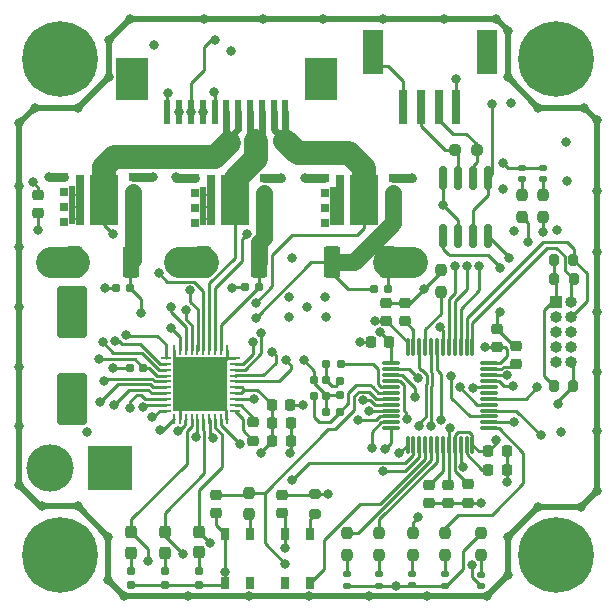
<source format=gtl>
G04 #@! TF.GenerationSoftware,KiCad,Pcbnew,6.0.11-2627ca5db0~126~ubuntu20.04.1*
G04 #@! TF.CreationDate,2024-01-15T23:09:37+09:00*
G04 #@! TF.ProjectId,motor_driver,6d6f746f-725f-4647-9269-7665722e6b69,rev?*
G04 #@! TF.SameCoordinates,Original*
G04 #@! TF.FileFunction,Copper,L1,Top*
G04 #@! TF.FilePolarity,Positive*
%FSLAX46Y46*%
G04 Gerber Fmt 4.6, Leading zero omitted, Abs format (unit mm)*
G04 Created by KiCad (PCBNEW 6.0.11-2627ca5db0~126~ubuntu20.04.1) date 2024-01-15 23:09:37*
%MOMM*%
%LPD*%
G01*
G04 APERTURE LIST*
G04 Aperture macros list*
%AMRoundRect*
0 Rectangle with rounded corners*
0 $1 Rounding radius*
0 $2 $3 $4 $5 $6 $7 $8 $9 X,Y pos of 4 corners*
0 Add a 4 corners polygon primitive as box body*
4,1,4,$2,$3,$4,$5,$6,$7,$8,$9,$2,$3,0*
0 Add four circle primitives for the rounded corners*
1,1,$1+$1,$2,$3*
1,1,$1+$1,$4,$5*
1,1,$1+$1,$6,$7*
1,1,$1+$1,$8,$9*
0 Add four rect primitives between the rounded corners*
20,1,$1+$1,$2,$3,$4,$5,0*
20,1,$1+$1,$4,$5,$6,$7,0*
20,1,$1+$1,$6,$7,$8,$9,0*
20,1,$1+$1,$8,$9,$2,$3,0*%
G04 Aperture macros list end*
G04 #@! TA.AperFunction,SMDPad,CuDef*
%ADD10RoundRect,0.225000X-0.225000X-0.250000X0.225000X-0.250000X0.225000X0.250000X-0.225000X0.250000X0*%
G04 #@! TD*
G04 #@! TA.AperFunction,SMDPad,CuDef*
%ADD11RoundRect,0.147500X0.172500X-0.147500X0.172500X0.147500X-0.172500X0.147500X-0.172500X-0.147500X0*%
G04 #@! TD*
G04 #@! TA.AperFunction,SMDPad,CuDef*
%ADD12RoundRect,0.250000X-1.000000X1.950000X-1.000000X-1.950000X1.000000X-1.950000X1.000000X1.950000X0*%
G04 #@! TD*
G04 #@! TA.AperFunction,SMDPad,CuDef*
%ADD13RoundRect,0.249999X0.450001X1.075001X-0.450001X1.075001X-0.450001X-1.075001X0.450001X-1.075001X0*%
G04 #@! TD*
G04 #@! TA.AperFunction,SMDPad,CuDef*
%ADD14RoundRect,0.075000X-0.662500X-0.075000X0.662500X-0.075000X0.662500X0.075000X-0.662500X0.075000X0*%
G04 #@! TD*
G04 #@! TA.AperFunction,SMDPad,CuDef*
%ADD15RoundRect,0.075000X-0.075000X-0.662500X0.075000X-0.662500X0.075000X0.662500X-0.075000X0.662500X0*%
G04 #@! TD*
G04 #@! TA.AperFunction,ComponentPad*
%ADD16C,3.600000*%
G04 #@! TD*
G04 #@! TA.AperFunction,ConnectorPad*
%ADD17C,6.400000*%
G04 #@! TD*
G04 #@! TA.AperFunction,SMDPad,CuDef*
%ADD18RoundRect,0.155000X-0.212500X-0.155000X0.212500X-0.155000X0.212500X0.155000X-0.212500X0.155000X0*%
G04 #@! TD*
G04 #@! TA.AperFunction,SMDPad,CuDef*
%ADD19RoundRect,0.155000X0.212500X0.155000X-0.212500X0.155000X-0.212500X-0.155000X0.212500X-0.155000X0*%
G04 #@! TD*
G04 #@! TA.AperFunction,SMDPad,CuDef*
%ADD20R,0.800000X2.900000*%
G04 #@! TD*
G04 #@! TA.AperFunction,SMDPad,CuDef*
%ADD21R,1.800000X3.800000*%
G04 #@! TD*
G04 #@! TA.AperFunction,SMDPad,CuDef*
%ADD22RoundRect,0.225000X-0.250000X0.225000X-0.250000X-0.225000X0.250000X-0.225000X0.250000X0.225000X0*%
G04 #@! TD*
G04 #@! TA.AperFunction,SMDPad,CuDef*
%ADD23RoundRect,0.160000X0.197500X0.160000X-0.197500X0.160000X-0.197500X-0.160000X0.197500X-0.160000X0*%
G04 #@! TD*
G04 #@! TA.AperFunction,SMDPad,CuDef*
%ADD24RoundRect,0.200000X-0.200000X-0.275000X0.200000X-0.275000X0.200000X0.275000X-0.200000X0.275000X0*%
G04 #@! TD*
G04 #@! TA.AperFunction,SMDPad,CuDef*
%ADD25RoundRect,0.237500X0.237500X-0.250000X0.237500X0.250000X-0.237500X0.250000X-0.237500X-0.250000X0*%
G04 #@! TD*
G04 #@! TA.AperFunction,SMDPad,CuDef*
%ADD26R,0.650000X1.050000*%
G04 #@! TD*
G04 #@! TA.AperFunction,SMDPad,CuDef*
%ADD27RoundRect,0.175000X-0.175000X0.200000X-0.175000X-0.200000X0.175000X-0.200000X0.175000X0.200000X0*%
G04 #@! TD*
G04 #@! TA.AperFunction,SMDPad,CuDef*
%ADD28R,0.610000X2.000000*%
G04 #@! TD*
G04 #@! TA.AperFunction,SMDPad,CuDef*
%ADD29R,2.680000X3.600000*%
G04 #@! TD*
G04 #@! TA.AperFunction,SMDPad,CuDef*
%ADD30RoundRect,0.160000X-0.160000X0.197500X-0.160000X-0.197500X0.160000X-0.197500X0.160000X0.197500X0*%
G04 #@! TD*
G04 #@! TA.AperFunction,SMDPad,CuDef*
%ADD31RoundRect,0.200000X-0.275000X0.200000X-0.275000X-0.200000X0.275000X-0.200000X0.275000X0.200000X0*%
G04 #@! TD*
G04 #@! TA.AperFunction,ComponentPad*
%ADD32R,3.800000X3.800000*%
G04 #@! TD*
G04 #@! TA.AperFunction,ComponentPad*
%ADD33C,4.000000*%
G04 #@! TD*
G04 #@! TA.AperFunction,SMDPad,CuDef*
%ADD34R,0.800000X0.750000*%
G04 #@! TD*
G04 #@! TA.AperFunction,SMDPad,CuDef*
%ADD35R,2.400000X4.200000*%
G04 #@! TD*
G04 #@! TA.AperFunction,SMDPad,CuDef*
%ADD36R,0.750000X4.200000*%
G04 #@! TD*
G04 #@! TA.AperFunction,SMDPad,CuDef*
%ADD37R,0.550000X3.280000*%
G04 #@! TD*
G04 #@! TA.AperFunction,SMDPad,CuDef*
%ADD38RoundRect,0.150000X0.150000X-0.825000X0.150000X0.825000X-0.150000X0.825000X-0.150000X-0.825000X0*%
G04 #@! TD*
G04 #@! TA.AperFunction,SMDPad,CuDef*
%ADD39RoundRect,0.237500X0.237500X-0.287500X0.237500X0.287500X-0.237500X0.287500X-0.237500X-0.287500X0*%
G04 #@! TD*
G04 #@! TA.AperFunction,SMDPad,CuDef*
%ADD40RoundRect,0.237500X-0.250000X-0.237500X0.250000X-0.237500X0.250000X0.237500X-0.250000X0.237500X0*%
G04 #@! TD*
G04 #@! TA.AperFunction,ComponentPad*
%ADD41R,1.000000X1.000000*%
G04 #@! TD*
G04 #@! TA.AperFunction,ComponentPad*
%ADD42O,1.000000X1.000000*%
G04 #@! TD*
G04 #@! TA.AperFunction,SMDPad,CuDef*
%ADD43RoundRect,0.225000X0.250000X-0.225000X0.250000X0.225000X-0.250000X0.225000X-0.250000X-0.225000X0*%
G04 #@! TD*
G04 #@! TA.AperFunction,SMDPad,CuDef*
%ADD44RoundRect,0.237500X-0.237500X0.250000X-0.237500X-0.250000X0.237500X-0.250000X0.237500X0.250000X0*%
G04 #@! TD*
G04 #@! TA.AperFunction,SMDPad,CuDef*
%ADD45RoundRect,0.147500X-0.172500X0.147500X-0.172500X-0.147500X0.172500X-0.147500X0.172500X0.147500X0*%
G04 #@! TD*
G04 #@! TA.AperFunction,SMDPad,CuDef*
%ADD46RoundRect,0.155000X-0.155000X0.212500X-0.155000X-0.212500X0.155000X-0.212500X0.155000X0.212500X0*%
G04 #@! TD*
G04 #@! TA.AperFunction,SMDPad,CuDef*
%ADD47RoundRect,0.249999X-0.450001X-1.075001X0.450001X-1.075001X0.450001X1.075001X-0.450001X1.075001X0*%
G04 #@! TD*
G04 #@! TA.AperFunction,SMDPad,CuDef*
%ADD48RoundRect,0.225000X0.225000X0.250000X-0.225000X0.250000X-0.225000X-0.250000X0.225000X-0.250000X0*%
G04 #@! TD*
G04 #@! TA.AperFunction,SMDPad,CuDef*
%ADD49RoundRect,0.062500X0.350000X0.062500X-0.350000X0.062500X-0.350000X-0.062500X0.350000X-0.062500X0*%
G04 #@! TD*
G04 #@! TA.AperFunction,SMDPad,CuDef*
%ADD50RoundRect,0.062500X0.062500X0.350000X-0.062500X0.350000X-0.062500X-0.350000X0.062500X-0.350000X0*%
G04 #@! TD*
G04 #@! TA.AperFunction,ComponentPad*
%ADD51C,0.508000*%
G04 #@! TD*
G04 #@! TA.AperFunction,SMDPad,CuDef*
%ADD52R,4.600000X4.600000*%
G04 #@! TD*
G04 #@! TA.AperFunction,ViaPad*
%ADD53C,0.800000*%
G04 #@! TD*
G04 #@! TA.AperFunction,ViaPad*
%ADD54C,0.508000*%
G04 #@! TD*
G04 #@! TA.AperFunction,Conductor*
%ADD55C,0.250000*%
G04 #@! TD*
G04 #@! TA.AperFunction,Conductor*
%ADD56C,0.500000*%
G04 #@! TD*
G04 #@! TA.AperFunction,Conductor*
%ADD57C,2.650000*%
G04 #@! TD*
G04 #@! TA.AperFunction,Conductor*
%ADD58C,0.750000*%
G04 #@! TD*
G04 #@! TA.AperFunction,Conductor*
%ADD59C,1.400000*%
G04 #@! TD*
G04 #@! TA.AperFunction,Conductor*
%ADD60C,2.000000*%
G04 #@! TD*
G04 #@! TA.AperFunction,Conductor*
%ADD61C,0.610000*%
G04 #@! TD*
G04 APERTURE END LIST*
D10*
X112478000Y-108559600D03*
X114028000Y-108559600D03*
D11*
X124358400Y-123857100D03*
X124358400Y-122887100D03*
D12*
X95504000Y-100694000D03*
X95504000Y-108094000D03*
D13*
X122332000Y-96470380D03*
X117532000Y-96470380D03*
D14*
X122532700Y-105047600D03*
X122532700Y-105547600D03*
X122532700Y-106047600D03*
X122532700Y-106547600D03*
X122532700Y-107047600D03*
X122532700Y-107547600D03*
X122532700Y-108047600D03*
X122532700Y-108547600D03*
X122532700Y-109047600D03*
X122532700Y-109547600D03*
X122532700Y-110047600D03*
X122532700Y-110547600D03*
D15*
X123945200Y-111960100D03*
X124445200Y-111960100D03*
X124945200Y-111960100D03*
X125445200Y-111960100D03*
X125945200Y-111960100D03*
X126445200Y-111960100D03*
X126945200Y-111960100D03*
X127445200Y-111960100D03*
X127945200Y-111960100D03*
X128445200Y-111960100D03*
X128945200Y-111960100D03*
X129445200Y-111960100D03*
D14*
X130857700Y-110547600D03*
X130857700Y-110047600D03*
X130857700Y-109547600D03*
X130857700Y-109047600D03*
X130857700Y-108547600D03*
X130857700Y-108047600D03*
X130857700Y-107547600D03*
X130857700Y-107047600D03*
X130857700Y-106547600D03*
X130857700Y-106047600D03*
X130857700Y-105547600D03*
X130857700Y-105047600D03*
D15*
X129445200Y-103635100D03*
X128945200Y-103635100D03*
X128445200Y-103635100D03*
X127945200Y-103635100D03*
X127445200Y-103635100D03*
X126945200Y-103635100D03*
X126445200Y-103635100D03*
X125945200Y-103635100D03*
X125445200Y-103635100D03*
X124945200Y-103635100D03*
X124445200Y-103635100D03*
X123945200Y-103635100D03*
D16*
X94524000Y-79310400D03*
D17*
X94524000Y-79310400D03*
D10*
X112491000Y-111658400D03*
X114041000Y-111658400D03*
D18*
X121142500Y-98756380D03*
X122277500Y-98756380D03*
D19*
X100427200Y-98653600D03*
X99292200Y-98653600D03*
D20*
X128081600Y-83362800D03*
X126581600Y-83362800D03*
X125081600Y-83362800D03*
X123581600Y-83362800D03*
D21*
X130681600Y-78662800D03*
X120981600Y-78662800D03*
D22*
X129082800Y-115303000D03*
X129082800Y-116853000D03*
D23*
X118276750Y-105105200D03*
X117081750Y-105105200D03*
D24*
X136350400Y-97901600D03*
X138000400Y-97901600D03*
D25*
X135382000Y-92622400D03*
X135382000Y-90797400D03*
D19*
X118195950Y-109169200D03*
X117060950Y-109169200D03*
D26*
X110599800Y-119515885D03*
X110599800Y-123665885D03*
X108449800Y-119515885D03*
X108449800Y-123665885D03*
D27*
X117061650Y-106462200D03*
X116061650Y-106462200D03*
X117061650Y-107812200D03*
X116061650Y-107812200D03*
D25*
X133604000Y-92622400D03*
X133604000Y-90797400D03*
D28*
X113610400Y-83753600D03*
X112610400Y-83753600D03*
X111610400Y-83753600D03*
X110610400Y-83753600D03*
X109610400Y-83753600D03*
X108610400Y-83753600D03*
X107610400Y-83753600D03*
X106610400Y-83753600D03*
X105610400Y-83753600D03*
X104610400Y-83753600D03*
X103610400Y-83753600D03*
D29*
X116600400Y-80953600D03*
X100620400Y-80953600D03*
D30*
X106273600Y-122608400D03*
X106273600Y-123803400D03*
D10*
X130797000Y-112471200D03*
X132347000Y-112471200D03*
D31*
X116128800Y-116116600D03*
X116128800Y-117766600D03*
D32*
X98715200Y-113893600D03*
D33*
X93715200Y-113893600D03*
D16*
X136524000Y-79310400D03*
D17*
X136524000Y-79310400D03*
D34*
X105969400Y-89331800D03*
X105969400Y-90601800D03*
X105969400Y-91871800D03*
X105969400Y-93141800D03*
X111759400Y-93141800D03*
X111759400Y-91871800D03*
X111759400Y-90601800D03*
X111759400Y-89331800D03*
D35*
X109319400Y-91236800D03*
D36*
X107294400Y-91236800D03*
D37*
X106644400Y-91696800D03*
D38*
X126974600Y-94270600D03*
X128244600Y-94270600D03*
X129514600Y-94270600D03*
X130784600Y-94270600D03*
X130784600Y-89320600D03*
X129514600Y-89320600D03*
X128244600Y-89320600D03*
X126974600Y-89320600D03*
D39*
X106273600Y-121056400D03*
X106273600Y-119306400D03*
D25*
X126746000Y-99007300D03*
X126746000Y-97182300D03*
D40*
X127967100Y-87020400D03*
X129792100Y-87020400D03*
D25*
X130200400Y-121261500D03*
X130200400Y-119436500D03*
D22*
X127355600Y-115353800D03*
X127355600Y-116903800D03*
D41*
X136550400Y-99822000D03*
D42*
X137820400Y-99822000D03*
X136550400Y-101092000D03*
X137820400Y-101092000D03*
X136550400Y-102362000D03*
X137820400Y-102362000D03*
X136550400Y-103632000D03*
X137820400Y-103632000D03*
X136550400Y-104902000D03*
X137820400Y-104902000D03*
D24*
X136335000Y-96266000D03*
X137985000Y-96266000D03*
D43*
X92654800Y-92316600D03*
X92654800Y-90766600D03*
D44*
X110540800Y-115986985D03*
X110540800Y-117811985D03*
D43*
X131521200Y-103658000D03*
X131521200Y-102108000D03*
D44*
X124374300Y-119434600D03*
X124374300Y-121259600D03*
X127152400Y-119434600D03*
X127152400Y-121259600D03*
D11*
X121564400Y-123882000D03*
X121564400Y-122912000D03*
D45*
X130200400Y-122927900D03*
X130200400Y-123897900D03*
D24*
X136335000Y-106994800D03*
X137985000Y-106994800D03*
D11*
X127152400Y-123880100D03*
X127152400Y-122910100D03*
D34*
X116939800Y-89332980D03*
X116939800Y-90602980D03*
X116939800Y-91872980D03*
X116939800Y-93142980D03*
X122729800Y-93142980D03*
X122729800Y-91872980D03*
X122729800Y-90602980D03*
X122729800Y-89332980D03*
D35*
X120289800Y-91237980D03*
D36*
X118264800Y-91237980D03*
D37*
X117614800Y-91697980D03*
D46*
X118238050Y-106569700D03*
X118238050Y-107704700D03*
D43*
X133146800Y-105118200D03*
X133146800Y-103568200D03*
D39*
X103378000Y-121095800D03*
X103378000Y-119345800D03*
D47*
X106612400Y-96469200D03*
X111412400Y-96469200D03*
D11*
X118821200Y-123882000D03*
X118821200Y-122912000D03*
D10*
X112491000Y-110083600D03*
X114041000Y-110083600D03*
D17*
X136524000Y-121310400D03*
D16*
X136524000Y-121310400D03*
D22*
X107696000Y-116175285D03*
X107696000Y-117725285D03*
D39*
X100533200Y-121107200D03*
X100533200Y-119357200D03*
D48*
X122390200Y-103225600D03*
X120840200Y-103225600D03*
D30*
X103378000Y-122608400D03*
X103378000Y-123803400D03*
D43*
X123698000Y-101447600D03*
X123698000Y-99897600D03*
D22*
X125730000Y-115353800D03*
X125730000Y-116903800D03*
D43*
X110878400Y-111582800D03*
X110878400Y-110032800D03*
D26*
X115679800Y-119515885D03*
X115679800Y-123665885D03*
X113529800Y-119515885D03*
X113529800Y-123665885D03*
D43*
X122123200Y-101447600D03*
X122123200Y-99897600D03*
D47*
X95741200Y-96469200D03*
X100541200Y-96469200D03*
D19*
X111357900Y-98602800D03*
X110222900Y-98602800D03*
D16*
X94524000Y-121310400D03*
D17*
X94524000Y-121310400D03*
D44*
X121564400Y-119436500D03*
X121564400Y-121261500D03*
D49*
X109347300Y-109084600D03*
X109347300Y-108584600D03*
X109347300Y-108084600D03*
X109347300Y-107584600D03*
X109347300Y-107084600D03*
X109347300Y-106584600D03*
X109347300Y-106084600D03*
X109347300Y-105584600D03*
X109347300Y-105084600D03*
X109347300Y-104584600D03*
D50*
X108659800Y-103897100D03*
X108159800Y-103897100D03*
X107659800Y-103897100D03*
X107159800Y-103897100D03*
X106659800Y-103897100D03*
X106159800Y-103897100D03*
X105659800Y-103897100D03*
X105159800Y-103897100D03*
X104659800Y-103897100D03*
X104159800Y-103897100D03*
D49*
X103472300Y-104584600D03*
X103472300Y-105084600D03*
X103472300Y-105584600D03*
X103472300Y-106084600D03*
X103472300Y-106584600D03*
X103472300Y-107084600D03*
X103472300Y-107584600D03*
X103472300Y-108084600D03*
X103472300Y-108584600D03*
X103472300Y-109084600D03*
D50*
X104159800Y-109772100D03*
X104659800Y-109772100D03*
X105159800Y-109772100D03*
X105659800Y-109772100D03*
X106159800Y-109772100D03*
X106659800Y-109772100D03*
X107159800Y-109772100D03*
X107659800Y-109772100D03*
X108159800Y-109772100D03*
X108659800Y-109772100D03*
D51*
X106409800Y-106834600D03*
D52*
X106409800Y-106834600D03*
D51*
X107679800Y-106834600D03*
X105139800Y-106834600D03*
D34*
X94892800Y-89281000D03*
X94892800Y-90551000D03*
X94892800Y-91821000D03*
X94892800Y-93091000D03*
X100682800Y-93091000D03*
X100682800Y-91821000D03*
X100682800Y-90551000D03*
X100682800Y-89281000D03*
D35*
X98242800Y-91186000D03*
D36*
X96217800Y-91186000D03*
D37*
X95567800Y-91646000D03*
D45*
X135382000Y-88481700D03*
X135382000Y-89451700D03*
X133604000Y-88497600D03*
X133604000Y-89467600D03*
D44*
X118837100Y-119436500D03*
X118837100Y-121261500D03*
D10*
X130797000Y-114046000D03*
X132347000Y-114046000D03*
D22*
X113334800Y-116175285D03*
X113334800Y-117725285D03*
D30*
X100533200Y-122619800D03*
X100533200Y-123814800D03*
D19*
X101557900Y-105410000D03*
X100422900Y-105410000D03*
D53*
X131775200Y-100736400D03*
D54*
X107285200Y-89509600D03*
X107285200Y-90424000D03*
X105964400Y-91846400D03*
X116934800Y-91898380D03*
X118255600Y-91339580D03*
X106726400Y-90830400D03*
X117696800Y-91847580D03*
X105964400Y-93116400D03*
D53*
X111556800Y-112623600D03*
D54*
X96210800Y-89509600D03*
X118255600Y-93015980D03*
X116934800Y-93168380D03*
D53*
X94792800Y-99314000D03*
D54*
X118255600Y-89561580D03*
X96210800Y-90424000D03*
X106726400Y-91795600D03*
X95652000Y-90830400D03*
X94890000Y-90576400D03*
D53*
X94792800Y-101955600D03*
D54*
X96210800Y-92100400D03*
X107285200Y-92100400D03*
D53*
X96774000Y-110896400D03*
D54*
X107285200Y-91287600D03*
X106726400Y-92811600D03*
X94890000Y-91846400D03*
X118255600Y-90475980D03*
X96210800Y-92964000D03*
X118255600Y-92152380D03*
X96210800Y-91287600D03*
X94890000Y-93116400D03*
X95652000Y-92811600D03*
X105964400Y-90576400D03*
X116934800Y-90628380D03*
X95652000Y-91795600D03*
X107285200Y-92964000D03*
X117696800Y-92863580D03*
D53*
X96266000Y-101955600D03*
D54*
X117696800Y-90882380D03*
D53*
X92659200Y-93726000D03*
X96215200Y-99314000D03*
X95504000Y-100685600D03*
X115163600Y-104787100D03*
X91084400Y-84734400D03*
X139954000Y-90474800D03*
X125628400Y-124714000D03*
X130708400Y-78689200D03*
X98348800Y-98653600D03*
X92964000Y-117144800D03*
X138887200Y-83413600D03*
D54*
X104999200Y-95605600D03*
D53*
X130200400Y-116890800D03*
X91084400Y-110337600D03*
X92964000Y-117144800D03*
X110490000Y-124714000D03*
X111709200Y-75895200D03*
X100584000Y-80975200D03*
D54*
X104542000Y-96469200D03*
D53*
X117348000Y-81991200D03*
X101346000Y-81991200D03*
X98628199Y-123418601D03*
X96062800Y-83413600D03*
X91084400Y-95199200D03*
D54*
X104999200Y-97282000D03*
D53*
X100431598Y-75895200D03*
D54*
X93264400Y-95656400D03*
X104135600Y-97282000D03*
D53*
X91084400Y-115316000D03*
X137464800Y-89611200D03*
X132435600Y-122986800D03*
X138633200Y-117195600D03*
X121869200Y-75895200D03*
X107594400Y-82092800D03*
X105359200Y-124714000D03*
X98653600Y-80822802D03*
X120954800Y-78689200D03*
X132334000Y-115112800D03*
D54*
X125069600Y-96926400D03*
D53*
X106730800Y-75895200D03*
X91084400Y-100279200D03*
X127000000Y-75895200D03*
X99872800Y-81991200D03*
X114015000Y-112661100D03*
X139954000Y-105765600D03*
X117348000Y-80010000D03*
X115874800Y-81991200D03*
X91084400Y-105359200D03*
X99872800Y-80010000D03*
X130708400Y-79908400D03*
X132435600Y-80822800D03*
X130708400Y-77419200D03*
X101346000Y-80010000D03*
X113893600Y-101092000D03*
X120650000Y-124714000D03*
X116586000Y-80975200D03*
X126974600Y-91617800D03*
X113898075Y-99470523D03*
D54*
X94128000Y-95656400D03*
X123393200Y-96926400D03*
D53*
X98602800Y-119735600D03*
X121005600Y-77470000D03*
X115417600Y-100253800D03*
X122957100Y-123880100D03*
D54*
X124206000Y-96469200D03*
D53*
X139954000Y-115874802D03*
X116992400Y-99415600D03*
X98653600Y-77673200D03*
X108449800Y-122741000D03*
X91084400Y-90068400D03*
X131470400Y-75895200D03*
X120954800Y-79908400D03*
D54*
X93264400Y-97332800D03*
D53*
X132044400Y-88087200D03*
X99923600Y-124714000D03*
X92405198Y-83413600D03*
X119888000Y-103225600D03*
X117043200Y-101092000D03*
X92202000Y-89712800D03*
X139954000Y-84480400D03*
X115874800Y-80010000D03*
X130708402Y-124714000D03*
X96012000Y-117144800D03*
D54*
X94128000Y-97332800D03*
D53*
X108966000Y-78638400D03*
D54*
X123393200Y-96062800D03*
D53*
X132435600Y-119735600D03*
D54*
X125069600Y-96062800D03*
D53*
X125323600Y-98755200D03*
X96266000Y-109372400D03*
X116789200Y-75895200D03*
X115570000Y-124714000D03*
X136906000Y-110845600D03*
X139954000Y-100685600D03*
X135001000Y-83388200D03*
X132943600Y-93827600D03*
X132689600Y-83007200D03*
X139954000Y-110744000D03*
D54*
X104135600Y-95605600D03*
D53*
X109118400Y-98653600D03*
X132435600Y-76911200D03*
X134975600Y-117195600D03*
X113538000Y-120700800D03*
X99009200Y-105423300D03*
X139954000Y-95605600D03*
D54*
X93721600Y-96469200D03*
D53*
X96215200Y-106730800D03*
X110916965Y-108084601D03*
X115112800Y-108559600D03*
X131114800Y-83058000D03*
X128081601Y-80939201D03*
X102514400Y-78079600D03*
X114168400Y-96134400D03*
X103632000Y-82143600D03*
X137397600Y-86300600D03*
X136601200Y-93776800D03*
X97790000Y-104698800D03*
X127521300Y-110483919D03*
X101414144Y-100820656D03*
X110849899Y-103221301D03*
X111081277Y-101192813D03*
X103929434Y-102064566D03*
X121641466Y-102385923D03*
X131419600Y-111556800D03*
X117246400Y-116128800D03*
X121158000Y-101447600D03*
X104519800Y-110787025D03*
X130505200Y-103682800D03*
X132029200Y-90322400D03*
X129387600Y-122123200D03*
X113588800Y-122021600D03*
X136702800Y-108508800D03*
X126785672Y-109804444D03*
X101955600Y-121818400D03*
X104902000Y-121158000D03*
X125932001Y-110324300D03*
X124932498Y-110324300D03*
X107238800Y-120294400D03*
X127965200Y-96824800D03*
X104610401Y-83753599D03*
X105613200Y-83769200D03*
X107614300Y-77688400D03*
X128981200Y-96824800D03*
X106629200Y-83769200D03*
X129997200Y-96824800D03*
X99009200Y-94132400D03*
X112473133Y-104075900D03*
X105206800Y-100533200D03*
X111099600Y-99923600D03*
X123230902Y-112674400D03*
X100482400Y-108813600D03*
X121869200Y-114198400D03*
X99060000Y-108610400D03*
X114142833Y-114922900D03*
X97942400Y-108305600D03*
X126695200Y-101955600D03*
X135229600Y-111150400D03*
X113639600Y-104787100D03*
X102362000Y-89306400D03*
X102870000Y-97383600D03*
X93573600Y-89306400D03*
X105562400Y-98856800D03*
X113233200Y-89357200D03*
X104343200Y-89306400D03*
X111556800Y-102514400D03*
X124307600Y-89357200D03*
X110337600Y-94119100D03*
X115265200Y-89357200D03*
X103886000Y-100279200D03*
X128676400Y-113842800D03*
X124866400Y-118059200D03*
X134924800Y-107086400D03*
X135432800Y-93929200D03*
X134162800Y-94792800D03*
X132994400Y-110032800D03*
X119719481Y-109854772D03*
X98145600Y-103276400D03*
X99194086Y-103137154D03*
X120650000Y-109067600D03*
X100101400Y-102641400D03*
X120176661Y-108187285D03*
X124866400Y-106324400D03*
X98247200Y-106527600D03*
X124538357Y-107880241D03*
X101525627Y-108772629D03*
X123861139Y-109729728D03*
X102326575Y-109614300D03*
X120943469Y-112215102D03*
X102971600Y-110693200D03*
X109728000Y-111874900D03*
X122072400Y-112268000D03*
X107486330Y-111332586D03*
X106019600Y-111302800D03*
X131775200Y-96977200D03*
X132384800Y-106070400D03*
X132537200Y-96113600D03*
X132852455Y-106953748D03*
X127658890Y-106111091D03*
X128383390Y-107082101D03*
X129450744Y-107124856D03*
D55*
X135483600Y-100533200D02*
X135483600Y-106143400D01*
X135483600Y-106143400D02*
X136335000Y-106994800D01*
X130857700Y-108047600D02*
X133963600Y-108047600D01*
X133963600Y-108047600D02*
X134924800Y-107086400D01*
X136550400Y-99822000D02*
X136194800Y-99822000D01*
X136194800Y-99822000D02*
X135483600Y-100533200D01*
X133146800Y-103568200D02*
X132981400Y-103568200D01*
X132981400Y-103568200D02*
X131521200Y-102108000D01*
X131521200Y-102108000D02*
X131521200Y-100990400D01*
X131521200Y-100990400D02*
X131775200Y-100736400D01*
X110134400Y-107289600D02*
X109929400Y-107084600D01*
X112491000Y-111658400D02*
X112491000Y-108572600D01*
X92654800Y-93721600D02*
X92659200Y-93726000D01*
X112491000Y-108572600D02*
X112478000Y-108559600D01*
X92654800Y-92316600D02*
X92654800Y-93721600D01*
X110134400Y-107289600D02*
X109829600Y-107594400D01*
X112478000Y-108559600D02*
X112478000Y-108546600D01*
X109357100Y-107594400D02*
X109347300Y-107584600D01*
X111243402Y-107289600D02*
X110134400Y-107289600D01*
X112478000Y-108559600D02*
X112478000Y-108524198D01*
X109829600Y-107594400D02*
X109357100Y-107594400D01*
X111556800Y-112623600D02*
X111556800Y-112592600D01*
X112478000Y-108524198D02*
X111243402Y-107289600D01*
X109929400Y-107084600D02*
X109347300Y-107084600D01*
X111556800Y-112592600D02*
X112491000Y-111658400D01*
X103378000Y-123803400D02*
X100544600Y-123803400D01*
D56*
X132435600Y-76860400D02*
X131470400Y-75895200D01*
D55*
X116061650Y-106462200D02*
X116061650Y-106730093D01*
X117061650Y-107812200D02*
X117061650Y-109168500D01*
D57*
X122332000Y-96470380D02*
X124332000Y-96470380D01*
D55*
X113529800Y-117920285D02*
X113334800Y-117725285D01*
X135382000Y-88481700D02*
X133619900Y-88481700D01*
D56*
X134975600Y-117195600D02*
X138633200Y-117195600D01*
D55*
X108659800Y-109772100D02*
X108609800Y-109722100D01*
D56*
X116789200Y-75895200D02*
X111709200Y-75895200D01*
X121869200Y-75895200D02*
X116789200Y-75895200D01*
X132435600Y-76911200D02*
X132435600Y-80822800D01*
D57*
X95741200Y-96469200D02*
X93741200Y-96469200D01*
D56*
X99923600Y-124714000D02*
X98602800Y-123393202D01*
X98602800Y-119735600D02*
X98602800Y-123393202D01*
D55*
X127152400Y-123880100D02*
X127206298Y-123880100D01*
D56*
X132435600Y-122986800D02*
X130708402Y-124714000D01*
D55*
X104209800Y-104634600D02*
X106409800Y-106834600D01*
X99292200Y-98653600D02*
X98348800Y-98653600D01*
X108312285Y-123803400D02*
X108449800Y-123665885D01*
X118823100Y-123880100D02*
X118821200Y-123882000D01*
D56*
X125628400Y-124714000D02*
X130708402Y-124714000D01*
D55*
X123698000Y-99897600D02*
X122123200Y-99897600D01*
X123698000Y-99897600D02*
X124181200Y-99897600D01*
X129032000Y-116903800D02*
X129082800Y-116853000D01*
D56*
X98653600Y-77673200D02*
X100431598Y-75895200D01*
D55*
X130162600Y-116853000D02*
X130200400Y-116890800D01*
D56*
X132435600Y-80822800D02*
X135001000Y-83388200D01*
D55*
X120840200Y-103225600D02*
X119888000Y-103225600D01*
X132347000Y-114046000D02*
X132347000Y-112471200D01*
D56*
X92862400Y-117144800D02*
X96012000Y-117144800D01*
X139954000Y-105765600D02*
X139954000Y-110744000D01*
D55*
X92654800Y-90165600D02*
X92202000Y-89712800D01*
X132347000Y-114046000D02*
X132347000Y-115099800D01*
X123581600Y-81163600D02*
X122326400Y-79908400D01*
X113529800Y-119515885D02*
X113529800Y-120692600D01*
X107696000Y-117725285D02*
X107696000Y-118762085D01*
X128244600Y-94647351D02*
X128244600Y-94270600D01*
X125730000Y-116903800D02*
X129032000Y-116903800D01*
X108609800Y-109722100D02*
X108609800Y-109034600D01*
D56*
X139954000Y-110744000D02*
X139954000Y-115874800D01*
D55*
X116061650Y-105685150D02*
X115163600Y-104787100D01*
X110222900Y-98602800D02*
X109169200Y-98602800D01*
X109347300Y-104584600D02*
X108659800Y-104584600D01*
X100422900Y-105410000D02*
X99022500Y-105410000D01*
X104159800Y-103897100D02*
X104209800Y-103947100D01*
D56*
X132435600Y-119735600D02*
X134975600Y-117195600D01*
D55*
X106273600Y-123803400D02*
X103378000Y-123803400D01*
D56*
X135001000Y-83388200D02*
X135026400Y-83413600D01*
X111709200Y-75895200D02*
X100431598Y-75895200D01*
D55*
X114041000Y-111658400D02*
X114041000Y-110083600D01*
X106422515Y-123654485D02*
X106273600Y-123803400D01*
X116061650Y-106730093D02*
X117061650Y-107730093D01*
X128663100Y-120973800D02*
X130200400Y-119436500D01*
X100544600Y-123803400D02*
X100533200Y-123814800D01*
X116061650Y-106462200D02*
X116061650Y-105685150D01*
X132454800Y-88497600D02*
X132044400Y-88087200D01*
D56*
X138633200Y-117195600D02*
X139954000Y-115874800D01*
X99923600Y-124714000D02*
X105359200Y-124714000D01*
D55*
X118238050Y-107704700D02*
X117169150Y-107704700D01*
D56*
X96012000Y-117144800D02*
X98602800Y-119735600D01*
D55*
X128244600Y-92887800D02*
X126974600Y-91617800D01*
D56*
X98653600Y-77673200D02*
X98653600Y-80822802D01*
D55*
X109169200Y-98602800D02*
X109118400Y-98653600D01*
X132347000Y-115099800D02*
X132334000Y-115112800D01*
X127206298Y-123880100D02*
X128663100Y-122423298D01*
X113529800Y-120692600D02*
X113538000Y-120700800D01*
D56*
X96062800Y-83413600D02*
X98653600Y-80822802D01*
D55*
X135026400Y-83413600D02*
X135026402Y-83413600D01*
X107696000Y-118762085D02*
X108449800Y-119515885D01*
D56*
X131470400Y-75895200D02*
X121869200Y-75895200D01*
D55*
X133604000Y-88497600D02*
X132454800Y-88497600D01*
D56*
X91084400Y-84734400D02*
X92405198Y-83413600D01*
D55*
X129082800Y-116853000D02*
X130162600Y-116853000D01*
X106273600Y-123803400D02*
X108312285Y-123803400D01*
X113529800Y-119515885D02*
X113529800Y-117920285D01*
D56*
X139954000Y-95605600D02*
X139954000Y-100685600D01*
D55*
X108449800Y-123665885D02*
X108449800Y-122741000D01*
X107610400Y-82108800D02*
X107594400Y-82092800D01*
X114041000Y-112635100D02*
X114015000Y-112661100D01*
D57*
X106612400Y-96469200D02*
X104612400Y-96469200D01*
D55*
X127152400Y-123880100D02*
X122957100Y-123880100D01*
X133619900Y-88481700D02*
X133604000Y-88497600D01*
D56*
X92862400Y-117144800D02*
X91084400Y-115366802D01*
X139954000Y-100685600D02*
X139954000Y-105765600D01*
D55*
X122277500Y-96524880D02*
X122332000Y-96470380D01*
X107610400Y-83753600D02*
X107610400Y-82108800D01*
D56*
X139954000Y-84480400D02*
X139954000Y-90474800D01*
X138887200Y-83413600D02*
X139954000Y-84480400D01*
X91084400Y-84734400D02*
X91084400Y-115366802D01*
D55*
X104209800Y-103947100D02*
X104209800Y-104634600D01*
X108659800Y-104584600D02*
X106409800Y-106834600D01*
X108449800Y-119515885D02*
X108449800Y-122741000D01*
D56*
X139954000Y-90474800D02*
X139954000Y-95605600D01*
X105359200Y-124714000D02*
X120650000Y-124714000D01*
D55*
X108659800Y-103897100D02*
X108659800Y-104584600D01*
D56*
X138887200Y-83413600D02*
X135026402Y-83413600D01*
D55*
X108609800Y-109034600D02*
X106409800Y-106834600D01*
X106262200Y-123814800D02*
X106273600Y-123803400D01*
X104659800Y-108584600D02*
X106409800Y-106834600D01*
X128663100Y-122423298D02*
X128663100Y-120973800D01*
X92654800Y-90766600D02*
X92654800Y-90165600D01*
X126746000Y-97182300D02*
X126746000Y-97332800D01*
X99022500Y-105410000D02*
X99009200Y-105423300D01*
X123581600Y-83362800D02*
X123581600Y-81163600D01*
X122277500Y-98756380D02*
X122277500Y-96524880D01*
X104659800Y-109772100D02*
X104659800Y-108584600D01*
D56*
X96062800Y-83413600D02*
X92405198Y-83413600D01*
D55*
X114041000Y-111658400D02*
X114041000Y-112635100D01*
X126974600Y-91617800D02*
X126974600Y-89320600D01*
X124181200Y-99897600D02*
X125323600Y-98755200D01*
D56*
X132435600Y-76860400D02*
X132435600Y-76911200D01*
D55*
X122957100Y-123880100D02*
X118823100Y-123880100D01*
X122326400Y-79908400D02*
X120954800Y-79908400D01*
X128244600Y-94270600D02*
X128244600Y-92887800D01*
D56*
X120650000Y-124714000D02*
X125628400Y-124714000D01*
X132435600Y-122986800D02*
X132435600Y-119735600D01*
D55*
X126746000Y-97332800D02*
X125323600Y-98755200D01*
X110001800Y-109728000D02*
X110001800Y-110706200D01*
X109358400Y-109084600D02*
X110001800Y-109728000D01*
X109347300Y-109084600D02*
X109358400Y-109084600D01*
X110001800Y-110706200D02*
X110878400Y-111582800D01*
X109807808Y-108584600D02*
X109347300Y-108584600D01*
X110878400Y-109655192D02*
X109807808Y-108584600D01*
X110878400Y-110032800D02*
X110878400Y-109655192D01*
X114028000Y-108559600D02*
X115112800Y-108559600D01*
X109347300Y-108084600D02*
X110916965Y-108084601D01*
X128081600Y-83362800D02*
X128081601Y-80939201D01*
X130784600Y-90754200D02*
X129514600Y-92024200D01*
X130784600Y-89320600D02*
X130784600Y-90754200D01*
X129514600Y-92024200D02*
X129514600Y-94270600D01*
X131114800Y-88990400D02*
X130784600Y-89320600D01*
X103610400Y-82165200D02*
X103632000Y-82143600D01*
X131114800Y-83058000D02*
X131114800Y-88990400D01*
X103610400Y-83753600D02*
X103610400Y-82165200D01*
X127445200Y-110560019D02*
X127521300Y-110483919D01*
X102065812Y-105410000D02*
X101557900Y-105410000D01*
X103472300Y-106084600D02*
X102740412Y-106084600D01*
X100846700Y-104698800D02*
X97790000Y-104698800D01*
X101557900Y-105410000D02*
X100846700Y-104698800D01*
X127355600Y-115353800D02*
X127445200Y-115264200D01*
X127445200Y-115264200D02*
X127445200Y-111960100D01*
X97790000Y-104698800D02*
X97803300Y-104685500D01*
X127445200Y-111960100D02*
X127445200Y-110560019D01*
X102740412Y-106084600D02*
X102065812Y-105410000D01*
D58*
X100682800Y-96327600D02*
X100541200Y-96469200D01*
D59*
X100682800Y-93091000D02*
X100682800Y-96327600D01*
D55*
X100427200Y-98653600D02*
X101414144Y-99640544D01*
X110849899Y-104237301D02*
X110849899Y-103221301D01*
X101414144Y-99640544D02*
X101414144Y-100820656D01*
D58*
X100541200Y-97269600D02*
X100541200Y-96469200D01*
D55*
X100427200Y-96583200D02*
X100541200Y-96469200D01*
D59*
X100682800Y-90551000D02*
X100682800Y-93091000D01*
D55*
X100427200Y-98653600D02*
X100427200Y-96583200D01*
X110002600Y-105084600D02*
X110849899Y-104237301D01*
X109347300Y-105084600D02*
X110002600Y-105084600D01*
D59*
X111412400Y-94784800D02*
X111760000Y-94437200D01*
D55*
X111760000Y-94437200D02*
X111759400Y-94436600D01*
D59*
X111412400Y-96469200D02*
X111412400Y-94784800D01*
D55*
X108159800Y-103897100D02*
X108159800Y-101800900D01*
X111357900Y-98602800D02*
X111357900Y-96523700D01*
D59*
X111759400Y-94436600D02*
X111759400Y-90601800D01*
D55*
X108159800Y-101800900D02*
X108180750Y-101779950D01*
X111357900Y-98602800D02*
X108180750Y-101779950D01*
X111357900Y-96523700D02*
X111412400Y-96469200D01*
X104659800Y-102794932D02*
X103929434Y-102064566D01*
D58*
X117532000Y-95929600D02*
X117532000Y-96470380D01*
D55*
X118872000Y-98755200D02*
X117532000Y-97415200D01*
D59*
X122729800Y-90602980D02*
X122729800Y-93142980D01*
X122729800Y-93142980D02*
X121537180Y-94335600D01*
X119378820Y-96470380D02*
X117532000Y-96470380D01*
X121513600Y-94335600D02*
X119378820Y-96470380D01*
D55*
X115803710Y-96470380D02*
X111081277Y-101192813D01*
D58*
X121537180Y-94335600D02*
X121513600Y-94335600D01*
D55*
X117535700Y-96466680D02*
X117532000Y-96470380D01*
X117532000Y-97415200D02*
X117532000Y-96470380D01*
X117532000Y-96470380D02*
X115803710Y-96470380D01*
X104698800Y-103858100D02*
X104659800Y-103897100D01*
X121141320Y-98755200D02*
X118872000Y-98755200D01*
X121142500Y-98756380D02*
X121141320Y-98755200D01*
X104659800Y-103897100D02*
X104659800Y-102794932D01*
X104605383Y-110787025D02*
X104519800Y-110787025D01*
X136350400Y-97901600D02*
X136350400Y-96281400D01*
X131747312Y-105047600D02*
X132334000Y-104460912D01*
X122390200Y-103225600D02*
X122390200Y-103134657D01*
X105109800Y-109822100D02*
X105109800Y-110282608D01*
X127945200Y-111156915D02*
X127945200Y-111960100D01*
X132334000Y-104460912D02*
X132334000Y-103835200D01*
X123945200Y-103635100D02*
X123945200Y-103269600D01*
X129082800Y-115303000D02*
X127945200Y-114165400D01*
X127945200Y-114165400D02*
X127945200Y-111960100D01*
X136350400Y-96281400D02*
X136335000Y-96266000D01*
X131521200Y-103658000D02*
X130530000Y-103658000D01*
X130797000Y-112471200D02*
X129956300Y-112471200D01*
X131419600Y-111848600D02*
X130797000Y-112471200D01*
X122390200Y-103225600D02*
X122390200Y-103439449D01*
X129956300Y-112471200D02*
X129445200Y-111960100D01*
X122123200Y-101447600D02*
X121158000Y-101447600D01*
X105109800Y-110282608D02*
X104605383Y-110787025D01*
X122532700Y-104245251D02*
X122532700Y-103368100D01*
X116128800Y-116116600D02*
X117234200Y-116116600D01*
X132156800Y-103658000D02*
X131521200Y-103658000D01*
X129184685Y-110896400D02*
X128205715Y-110896400D01*
X129445200Y-111960100D02*
X129445200Y-111156915D01*
X136550400Y-98101600D02*
X136350400Y-97901600D01*
X131419600Y-111556800D02*
X131419600Y-111848600D01*
X136550400Y-99822000D02*
X136550400Y-98101600D01*
X123945200Y-103269600D02*
X122123200Y-101447600D01*
X128205715Y-110896400D02*
X127945200Y-111156915D01*
X129445200Y-111156915D02*
X129184685Y-110896400D01*
X116070115Y-116175285D02*
X116128800Y-116116600D01*
X130857700Y-105047600D02*
X131747312Y-105047600D01*
X130530000Y-103658000D02*
X130505200Y-103682800D01*
X130200400Y-123897900D02*
X130182184Y-123897900D01*
X117234200Y-116116600D02*
X117246400Y-116128800D01*
X113334800Y-116175285D02*
X116070115Y-116175285D01*
X132334000Y-103835200D02*
X132156800Y-103658000D01*
X122532700Y-105047600D02*
X122532700Y-104245251D01*
X105159800Y-109772100D02*
X105109800Y-109822100D01*
X130182184Y-123897900D02*
X129387600Y-123103316D01*
X122390200Y-103134657D02*
X121641466Y-102385923D01*
X129387600Y-123103316D02*
X129387600Y-122123200D01*
X122532700Y-103368100D02*
X122390200Y-103225600D01*
X116061650Y-109583600D02*
X116061650Y-107812200D01*
X119583200Y-106883200D02*
X120802400Y-106883200D01*
X116460050Y-109982000D02*
X116061650Y-109583600D01*
X118922800Y-107543600D02*
X119583200Y-106883200D01*
X118187250Y-109169200D02*
X117374450Y-109982000D01*
X120802400Y-106883200D02*
X121005600Y-107086400D01*
X122532700Y-107547600D02*
X121466800Y-107547600D01*
X118922800Y-108442350D02*
X118195950Y-109169200D01*
X118922800Y-107543600D02*
X118922800Y-108442350D01*
X121466800Y-107547600D02*
X121005600Y-107086400D01*
X117374450Y-109982000D02*
X116460050Y-109982000D01*
X124445200Y-103635100D02*
X124445200Y-102194800D01*
X124445200Y-102194800D02*
X123698000Y-101447600D01*
X126945200Y-114138600D02*
X126945200Y-111960100D01*
X125730000Y-115353800D02*
X126945200Y-114138600D01*
X110352500Y-116175285D02*
X110540800Y-115986985D01*
X111851015Y-120283815D02*
X113588800Y-122021600D01*
X117246400Y-110591600D02*
X111851015Y-115986985D01*
X119430800Y-107848400D02*
X119430800Y-108966000D01*
X107696000Y-116175285D02*
X110352500Y-116175285D01*
X122532700Y-108047600D02*
X121306400Y-108047600D01*
X120721585Y-107462785D02*
X119816415Y-107462785D01*
X111851015Y-115986985D02*
X111851015Y-120283815D01*
X136702800Y-108508800D02*
X136702800Y-108277000D01*
X121306400Y-108047600D02*
X120721585Y-107462785D01*
X118922800Y-109488673D02*
X117819873Y-110591600D01*
X119816415Y-107462785D02*
X119430800Y-107848400D01*
X137985000Y-106994800D02*
X137985000Y-105066600D01*
X117819873Y-110591600D02*
X117246400Y-110591600D01*
X136702800Y-108277000D02*
X137985000Y-106994800D01*
X137985000Y-105066600D02*
X137820400Y-104902000D01*
X111851015Y-115986985D02*
X110540800Y-115986985D01*
X118922800Y-109474000D02*
X118922800Y-109488673D01*
X119430800Y-108966000D02*
X118922800Y-109474000D01*
X128945200Y-112763285D02*
X128945200Y-111960100D01*
X130227915Y-114046000D02*
X128945200Y-112763285D01*
X130797000Y-114046000D02*
X130227915Y-114046000D01*
X100533200Y-122619800D02*
X100533200Y-121107200D01*
X126445200Y-105607222D02*
X126489902Y-105651924D01*
X126746000Y-109764772D02*
X126785672Y-109804444D01*
X105244300Y-113551300D02*
X100533200Y-118262400D01*
X126489902Y-105651924D02*
X126489902Y-105702724D01*
X126746000Y-105958822D02*
X126746000Y-109764772D01*
X105244300Y-110799502D02*
X105244300Y-113551300D01*
X100533200Y-119357200D02*
X101955600Y-120779600D01*
X105659800Y-109772100D02*
X105659800Y-110384002D01*
X126445200Y-103635100D02*
X126445200Y-105607222D01*
X105659800Y-110384002D02*
X105244300Y-110799502D01*
X126489902Y-105702724D02*
X126746000Y-105958822D01*
X100533200Y-118262400D02*
X100533200Y-119357200D01*
X101955600Y-120779600D02*
X101955600Y-121818400D01*
X103378000Y-122608400D02*
X103378000Y-121095800D01*
X125945200Y-103635100D02*
X125945200Y-105742912D01*
X125932001Y-107020687D02*
X125932001Y-110324300D01*
X103378000Y-119345800D02*
X103378000Y-117703600D01*
X106659800Y-110664402D02*
X106659800Y-109772100D01*
X103378000Y-119634000D02*
X104902000Y-121158000D01*
X106744100Y-110748702D02*
X106659800Y-110664402D01*
X125945200Y-105742912D02*
X126040401Y-105838113D01*
X103378000Y-119345800D02*
X103378000Y-119634000D01*
X126040401Y-106912287D02*
X125932001Y-107020687D01*
X126040401Y-105838113D02*
X126040401Y-106912287D01*
X103378000Y-117703600D02*
X106744100Y-114337500D01*
X106744100Y-114337500D02*
X106744100Y-110748702D01*
X106273600Y-122608400D02*
X106273600Y-121056400D01*
X125064898Y-105599900D02*
X124945200Y-105480202D01*
X107659800Y-109772100D02*
X107659800Y-110481458D01*
X124968000Y-110288798D02*
X124932498Y-110324300D01*
X125166498Y-105599900D02*
X125064898Y-105599900D01*
X106273600Y-119306400D02*
X106370000Y-119210000D01*
X108210830Y-111032488D02*
X108210830Y-113835970D01*
X106273600Y-119329200D02*
X107238800Y-120294400D01*
X124932498Y-110324300D02*
X124932498Y-110119102D01*
X106273600Y-115773200D02*
X106273600Y-119306400D01*
X124945200Y-105480202D02*
X124945200Y-103635100D01*
X125476000Y-109575600D02*
X125476000Y-106840998D01*
X125590900Y-106024302D02*
X125166498Y-105599900D01*
X106273600Y-119306400D02*
X106273600Y-119329200D01*
X107665000Y-109777300D02*
X107659800Y-109772100D01*
X125590900Y-106726098D02*
X125590900Y-106024302D01*
X124932498Y-110119102D02*
X125476000Y-109575600D01*
X125476000Y-106840998D02*
X125590900Y-106726098D01*
X107659800Y-110481458D02*
X108210830Y-111032488D01*
X108210830Y-113835970D02*
X106273600Y-115773200D01*
X130200400Y-122927900D02*
X130200400Y-121261500D01*
X118821200Y-121277400D02*
X118837100Y-121261500D01*
X118821200Y-122912000D02*
X118821200Y-121277400D01*
X121564400Y-122912000D02*
X121564400Y-121261500D01*
X124358400Y-122887100D02*
X124358400Y-121275500D01*
X124358400Y-121275500D02*
X124374300Y-121259600D01*
X127152400Y-122910100D02*
X127152400Y-121259600D01*
X135382000Y-89451700D02*
X135382000Y-90797400D01*
X133604000Y-89467600D02*
X133604000Y-90797400D01*
X127445200Y-99591095D02*
X127965200Y-99071095D01*
X127965200Y-99071095D02*
X127965200Y-96824800D01*
X127445200Y-103635100D02*
X127445200Y-99591095D01*
X128981200Y-98755200D02*
X128981200Y-96824800D01*
X107274400Y-77688400D02*
X106680000Y-78282800D01*
X106680000Y-78282800D02*
X106680000Y-80213200D01*
X127945200Y-103635100D02*
X127945200Y-99791200D01*
X107614300Y-77688400D02*
X107274400Y-77688400D01*
X106680000Y-80213200D02*
X105610400Y-81282800D01*
X127945200Y-99791200D02*
X128981200Y-98755200D01*
X105610400Y-81282800D02*
X105610400Y-83753600D01*
X128445200Y-100408800D02*
X129997200Y-98856800D01*
X129997200Y-98856800D02*
X129997200Y-96824800D01*
X128445200Y-103635100D02*
X128445200Y-100408800D01*
D60*
X107645200Y-87579200D02*
X108864400Y-86360000D01*
X98242800Y-88447200D02*
X99110800Y-87579200D01*
D55*
X112776000Y-105003600D02*
X112776000Y-104378767D01*
X98242800Y-93366000D02*
X98242800Y-91186000D01*
D60*
X98242800Y-91186000D02*
X98242800Y-88447200D01*
X106781600Y-87579200D02*
X107645200Y-87579200D01*
D55*
X112776000Y-104378767D02*
X112473133Y-104075900D01*
X111745499Y-106034101D02*
X112776000Y-105003600D01*
X109397799Y-106034101D02*
X111745499Y-106034101D01*
D61*
X108864400Y-86360000D02*
X108864400Y-85953600D01*
X108610400Y-83753600D02*
X108610400Y-86106000D01*
X108610400Y-86106000D02*
X108864400Y-86360000D01*
X108864400Y-85953600D02*
X109610400Y-85207600D01*
D55*
X98242800Y-88447200D02*
X98247200Y-88442800D01*
X99009200Y-94132400D02*
X98242800Y-93366000D01*
X109347300Y-106084600D02*
X109397799Y-106034101D01*
D60*
X99110800Y-87579200D02*
X106781600Y-87579200D01*
D61*
X109610400Y-85207600D02*
X109610400Y-83753600D01*
D55*
X111048800Y-87782400D02*
X111099600Y-87731600D01*
X109319400Y-96100373D02*
X109319400Y-91236800D01*
X107159800Y-98259973D02*
X109319400Y-96100373D01*
D60*
X109319400Y-89511800D02*
X111048800Y-87782400D01*
X111099600Y-87731600D02*
X111099600Y-86258400D01*
D61*
X110610400Y-83753600D02*
X110610400Y-85769200D01*
X110610400Y-85769200D02*
X111099600Y-86258400D01*
X111610400Y-85747600D02*
X111099600Y-86258400D01*
D55*
X107159800Y-103897100D02*
X107159800Y-98259973D01*
D60*
X109319400Y-91236800D02*
X109319400Y-89511800D01*
D61*
X111610400Y-83753600D02*
X111610400Y-85747600D01*
D55*
X112471200Y-95910400D02*
X114198400Y-94183200D01*
X112428099Y-98569011D02*
X112471200Y-98525910D01*
X112471200Y-98525910D02*
X112471200Y-95910400D01*
X120289800Y-93587980D02*
X120289800Y-91237980D01*
D60*
X120289800Y-88539800D02*
X120289800Y-91237980D01*
D55*
X114198400Y-94183200D02*
X119694580Y-94183200D01*
X105206800Y-101346000D02*
X105659800Y-101799000D01*
D61*
X112610400Y-83753600D02*
X112610400Y-85236800D01*
D55*
X105659800Y-103897100D02*
X105659800Y-101799000D01*
D60*
X119024400Y-87274400D02*
X114648000Y-87274400D01*
D55*
X105206800Y-100533200D02*
X105206800Y-101346000D01*
X119694580Y-94183200D02*
X120289800Y-93587980D01*
X111099600Y-99923600D02*
X112428099Y-98595101D01*
D60*
X119024400Y-87274400D02*
X120289800Y-88539800D01*
D61*
X113610400Y-83753600D02*
X113610400Y-86236800D01*
D55*
X112428099Y-98595101D02*
X112428099Y-98569011D01*
D61*
X112610400Y-85236800D02*
X113610400Y-86236800D01*
D60*
X114648000Y-87274400D02*
X113610400Y-86236800D01*
D55*
X101401502Y-107733500D02*
X101003700Y-107733500D01*
X100482400Y-108254800D02*
X100482400Y-108813600D01*
X101003700Y-107733500D02*
X100482400Y-108254800D01*
X103472300Y-108084600D02*
X101752602Y-108084600D01*
X123945200Y-111960100D02*
X123230902Y-112674400D01*
X101752602Y-108084600D02*
X101401502Y-107733500D01*
X100386401Y-107283999D02*
X101973329Y-107283999D01*
X123722710Y-114198400D02*
X121869200Y-114198400D01*
X103472300Y-107584600D02*
X102273930Y-107584600D01*
X124945200Y-111960100D02*
X124945200Y-112975910D01*
X124945200Y-112975910D02*
X123722710Y-114198400D01*
X102273930Y-107584600D02*
X101973329Y-107283999D01*
X99060000Y-108610400D02*
X100386401Y-107283999D01*
X124420200Y-111985100D02*
X124420200Y-112788285D01*
X123734585Y-113473900D02*
X115591833Y-113473900D01*
X124445200Y-111960100D02*
X124420200Y-111985100D01*
X124420200Y-112788285D02*
X123734585Y-113473900D01*
X115591833Y-113473900D02*
X114142833Y-114922900D01*
X103472300Y-107084600D02*
X102409620Y-107084600D01*
X99413502Y-106834498D02*
X102159518Y-106834498D01*
X102409620Y-107084600D02*
X102159518Y-106834498D01*
X97942400Y-108305600D02*
X99413502Y-106834498D01*
X126695200Y-101955600D02*
X126945200Y-102205600D01*
X126945200Y-102205600D02*
X126945200Y-103635100D01*
X129445200Y-101593200D02*
X135788400Y-95250000D01*
X137260000Y-95973538D02*
X137260000Y-97178800D01*
X129445200Y-103635100D02*
X129445200Y-101593200D01*
X136536462Y-95250000D02*
X137260000Y-95973538D01*
X137260000Y-97178800D02*
X137982800Y-97901600D01*
X137982800Y-97901600D02*
X138000400Y-97901600D01*
X137820400Y-99822000D02*
X137820400Y-98081600D01*
X135788400Y-95250000D02*
X136536462Y-95250000D01*
X137820400Y-98081600D02*
X138000400Y-97901600D01*
X137414000Y-94742000D02*
X138023600Y-95351600D01*
X139141200Y-97422200D02*
X137985000Y-96266000D01*
X135432800Y-94742000D02*
X137414000Y-94742000D01*
X137820400Y-101092000D02*
X139141200Y-99771200D01*
X138023600Y-95351600D02*
X138023600Y-96227400D01*
X128945200Y-101229600D02*
X135432800Y-94742000D01*
X138023600Y-96227400D02*
X137985000Y-96266000D01*
X128945200Y-103635100D02*
X128945200Y-101229600D01*
X139141200Y-99771200D02*
X139141200Y-97422200D01*
X130857700Y-105547600D02*
X131883002Y-105547600D01*
X131883002Y-105547600D02*
X132084702Y-105345900D01*
X132684898Y-105345900D02*
X132912598Y-105118200D01*
X132912598Y-105118200D02*
X133146800Y-105118200D01*
X132084702Y-105345900D02*
X132684898Y-105345900D01*
X128244600Y-87297900D02*
X127967100Y-87020400D01*
X128244600Y-89320600D02*
X128244600Y-87297900D01*
X125081600Y-84949600D02*
X127152400Y-87020400D01*
X127152400Y-87020400D02*
X127967100Y-87020400D01*
X125081600Y-83362800D02*
X125081600Y-84949600D01*
X129792100Y-87020400D02*
X129792100Y-88038300D01*
X129514600Y-88315800D02*
X129514600Y-89320600D01*
X129792100Y-86510500D02*
X129792100Y-87020400D01*
X129792100Y-88038300D02*
X129514600Y-88315800D01*
X127766800Y-85598000D02*
X128879600Y-85598000D01*
X126581600Y-84412800D02*
X127766800Y-85598000D01*
X126581600Y-83362800D02*
X126581600Y-84412800D01*
X128879600Y-85598000D02*
X129792100Y-86510500D01*
X130857700Y-109047600D02*
X133126800Y-109047600D01*
X133126800Y-109047600D02*
X135229600Y-111150400D01*
X113074600Y-106584600D02*
X114096800Y-105562400D01*
X109347300Y-106584600D02*
X113074600Y-106584600D01*
X114096800Y-105562400D02*
X114096800Y-105244300D01*
X114096800Y-105244300D02*
X113639600Y-104787100D01*
X102336600Y-89281000D02*
X102362000Y-89306400D01*
D58*
X100682800Y-89281000D02*
X102336600Y-89281000D01*
D55*
X106659800Y-98929602D02*
X105862498Y-98132300D01*
X103618700Y-98132300D02*
X102870000Y-97383600D01*
X105862498Y-98132300D02*
X103618700Y-98132300D01*
X106659800Y-103897100D02*
X106659800Y-98929602D01*
X93599000Y-89281000D02*
X93573600Y-89306400D01*
D58*
X94892800Y-89281000D02*
X93599000Y-89281000D01*
D55*
X106159800Y-103897100D02*
X106172000Y-103884900D01*
X106172000Y-100431600D02*
X105552535Y-99812135D01*
X106172000Y-103884900D02*
X106172000Y-100431600D01*
X105552535Y-99812135D02*
X105562400Y-99802270D01*
X105562400Y-99802270D02*
X105562400Y-98856800D01*
X113207800Y-89331800D02*
X113233200Y-89357200D01*
D58*
X111759400Y-89331800D02*
X113207800Y-89331800D01*
X105969400Y-89331800D02*
X104368600Y-89331800D01*
D55*
X104368600Y-89331800D02*
X104343200Y-89306400D01*
X110163000Y-105584600D02*
X111574399Y-104173201D01*
X109347300Y-105584600D02*
X110163000Y-105584600D01*
X111574399Y-102531999D02*
X111556800Y-102514400D01*
X111574399Y-104173201D02*
X111574399Y-102531999D01*
X122754020Y-89357200D02*
X122729800Y-89332980D01*
D58*
X124307600Y-89357200D02*
X122754020Y-89357200D01*
D55*
X109931200Y-94525500D02*
X110337600Y-94119100D01*
X107659800Y-98639000D02*
X109931200Y-96367600D01*
X109931200Y-96367600D02*
X109931200Y-94525500D01*
X107659800Y-103897100D02*
X107659800Y-98639000D01*
D58*
X115265200Y-89357200D02*
X116915580Y-89357200D01*
D55*
X116915580Y-89357200D02*
X116939800Y-89332980D01*
X105159800Y-102010200D02*
X103886000Y-100736400D01*
X105159800Y-103897100D02*
X105159800Y-102569000D01*
X105159800Y-102569000D02*
X105159800Y-102010200D01*
X103886000Y-100736400D02*
X103886000Y-100279200D01*
X125945200Y-113250093D02*
X125945200Y-111960100D01*
X119758793Y-119436500D02*
X125945200Y-113250093D01*
X118837100Y-119436500D02*
X119758793Y-119436500D01*
X121678000Y-107047600D02*
X121462800Y-106832400D01*
X121462800Y-106832400D02*
X121462800Y-105562400D01*
X121462800Y-105562400D02*
X121005600Y-105105200D01*
X121005600Y-105105200D02*
X118276750Y-105105200D01*
X122532700Y-107047600D02*
X121678000Y-107047600D01*
X126445200Y-111960100D02*
X126445200Y-113385783D01*
X126445200Y-113385783D02*
X121564400Y-118266583D01*
X121564400Y-118266583D02*
X121564400Y-119436500D01*
X124374300Y-119434600D02*
X124374300Y-118551300D01*
X128445200Y-111960100D02*
X128445200Y-113611600D01*
X124374300Y-118551300D02*
X124866400Y-118059200D01*
X128445200Y-113611600D02*
X128676400Y-113842800D01*
X133756400Y-115214400D02*
X133756400Y-112627783D01*
X133756400Y-112627783D02*
X131676217Y-110547600D01*
X131368800Y-117602000D02*
X133756400Y-115214400D01*
X127152400Y-119434600D02*
X127152400Y-118973600D01*
X131064000Y-117906800D02*
X131368800Y-117602000D01*
X128219200Y-117906800D02*
X131064000Y-117906800D01*
X127152400Y-118973600D02*
X128219200Y-117906800D01*
X131676217Y-110547600D02*
X130857700Y-110547600D01*
X110599800Y-117870985D02*
X110540800Y-117811985D01*
X110599800Y-119515885D02*
X110599800Y-117870985D01*
X115679800Y-118215600D02*
X116128800Y-117766600D01*
X115679800Y-119515885D02*
X115679800Y-118215600D01*
X135382000Y-92622400D02*
X135382000Y-93878400D01*
X135382000Y-93878400D02*
X135432800Y-93929200D01*
X132994400Y-110032800D02*
X130872500Y-110032800D01*
X133604000Y-92622400D02*
X134162800Y-93181200D01*
X134162800Y-93181200D02*
X134162800Y-94792800D01*
X130872500Y-110032800D02*
X130857700Y-110047600D01*
X125445200Y-113114403D02*
X121618003Y-116941600D01*
X119938800Y-116941600D02*
X116890800Y-119989600D01*
X125445200Y-111960100D02*
X125445200Y-113114403D01*
X116890800Y-122454885D02*
X115679800Y-123665885D01*
X116890800Y-119989600D02*
X116890800Y-122454885D01*
X121618003Y-116941600D02*
X119938800Y-116941600D01*
X122532700Y-109547600D02*
X121593825Y-109547600D01*
X102876102Y-105584600D02*
X101431502Y-104140000D01*
X121593825Y-109547600D02*
X121286653Y-109854772D01*
X103472300Y-105584600D02*
X102876102Y-105584600D01*
X99009200Y-104140000D02*
X98145600Y-103276400D01*
X101431502Y-104140000D02*
X99009200Y-104140000D01*
X121286653Y-109854772D02*
X119719481Y-109854772D01*
X103472300Y-105084600D02*
X103011792Y-105084600D01*
X99521756Y-103137154D02*
X99194086Y-103137154D01*
X122532700Y-109047600D02*
X120670000Y-109047600D01*
X120670000Y-109047600D02*
X120650000Y-109067600D01*
X101318492Y-103391300D02*
X99775902Y-103391300D01*
X103011792Y-105084600D02*
X101318492Y-103391300D01*
X99775902Y-103391300D02*
X99521756Y-103137154D01*
X103472300Y-103421500D02*
X103472300Y-104584600D01*
X100101400Y-102641400D02*
X100177600Y-102717600D01*
X120794283Y-108187285D02*
X120176661Y-108187285D01*
X102768400Y-102717600D02*
X103472300Y-103421500D01*
X122532700Y-108547600D02*
X121154598Y-108547600D01*
X121154598Y-108547600D02*
X120794283Y-108187285D01*
X100177600Y-102717600D02*
X102768400Y-102717600D01*
X98407299Y-106367501D02*
X102328211Y-106367501D01*
X122532700Y-105547600D02*
X124089600Y-105547600D01*
X98247200Y-106527600D02*
X98407299Y-106367501D01*
X124089600Y-105547600D02*
X124866400Y-106324400D01*
X103472300Y-106584600D02*
X102545310Y-106584600D01*
X102545310Y-106584600D02*
X102328211Y-106367501D01*
X101713656Y-108584600D02*
X101525627Y-108772629D01*
X124538357Y-107122555D02*
X124538357Y-107880241D01*
X123471575Y-106047600D02*
X124141900Y-106717925D01*
X103472300Y-108584600D02*
X101713656Y-108584600D01*
X124141900Y-106717925D02*
X124141900Y-106726098D01*
X122532700Y-106047600D02*
X123471575Y-106047600D01*
X124141900Y-106726098D02*
X124538357Y-107122555D01*
X102954600Y-109084600D02*
X102424900Y-109614300D01*
X123850400Y-109718989D02*
X123861139Y-109729728D01*
X123633900Y-108803554D02*
X123633900Y-109003500D01*
X122532700Y-106547600D02*
X123335885Y-106547600D01*
X123850400Y-109220000D02*
X123850400Y-109718989D01*
X123633900Y-106845615D02*
X123633900Y-108803554D01*
X123633900Y-109003500D02*
X123850400Y-109220000D01*
X123335885Y-106547600D02*
X123633900Y-106845615D01*
X102424900Y-109614300D02*
X102326575Y-109614300D01*
X103472300Y-109084600D02*
X102954600Y-109084600D01*
X121729515Y-110047600D02*
X120943469Y-110833646D01*
X102971600Y-110693200D02*
X103238700Y-110693200D01*
X122532700Y-110047600D02*
X121729515Y-110047600D01*
X120943469Y-110833646D02*
X120943469Y-112215102D01*
X103238700Y-110693200D02*
X104159800Y-109772100D01*
X108159800Y-109772100D02*
X108159800Y-110306700D01*
X107211331Y-111057587D02*
X107486330Y-111332586D01*
X106159800Y-109772100D02*
X106159800Y-111162600D01*
X108159800Y-110306700D02*
X109728000Y-111874900D01*
X122532700Y-111807700D02*
X122532700Y-110547600D01*
X107211331Y-110629422D02*
X107211331Y-111057587D01*
X107193601Y-110611692D02*
X107211331Y-110629422D01*
X122072400Y-112268000D02*
X122532700Y-111807700D01*
X106159800Y-111162600D02*
X106019600Y-111302800D01*
X107159800Y-109772100D02*
X107193601Y-109805901D01*
X107193601Y-109805901D02*
X107193601Y-110611692D01*
X127355600Y-95758000D02*
X127508000Y-95910400D01*
X130759200Y-95910400D02*
X131775200Y-96926400D01*
X132384800Y-106070400D02*
X130880500Y-106070400D01*
X126974600Y-95377000D02*
X127355600Y-95758000D01*
X130880500Y-106070400D02*
X130857700Y-106047600D01*
X131775200Y-96926400D02*
X131775200Y-96977200D01*
X126974600Y-94270600D02*
X126974600Y-95377000D01*
X127508000Y-95910400D02*
X130759200Y-95910400D01*
X132537200Y-96023200D02*
X132537200Y-96113600D01*
X130857700Y-106547600D02*
X131693600Y-106547600D01*
X131693600Y-106547600D02*
X132099748Y-106953748D01*
X130784600Y-94270600D02*
X132537200Y-96023200D01*
X132099748Y-106953748D02*
X132852455Y-106953748D01*
X126746000Y-100838000D02*
X126746000Y-99007300D01*
X125445200Y-102138800D02*
X126746000Y-100838000D01*
X125445200Y-103635100D02*
X125445200Y-102138800D01*
X117873750Y-106934000D02*
X118238050Y-106569700D01*
X117061650Y-106468800D02*
X117526850Y-106934000D01*
X117526850Y-106934000D02*
X117873750Y-106934000D01*
X117061650Y-106462200D02*
X117061650Y-105125300D01*
X130857700Y-109547600D02*
X129207200Y-109547600D01*
X129207200Y-109547600D02*
X127658890Y-107999290D01*
X127658890Y-107999290D02*
X127658890Y-106111091D01*
X130845700Y-108559600D02*
X130857700Y-108547600D01*
X129848889Y-108547600D02*
X128383390Y-107082101D01*
X130857700Y-108547600D02*
X129848889Y-108547600D01*
X130857700Y-107047600D02*
X129528000Y-107047600D01*
X129528000Y-107047600D02*
X129450744Y-107124856D01*
X130845700Y-107035600D02*
X130857700Y-107047600D01*
M02*

</source>
